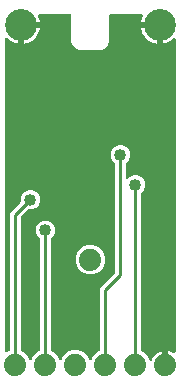
<source format=gbr>
G04 EAGLE Gerber RS-274X export*
G75*
%MOMM*%
%FSLAX34Y34*%
%LPD*%
%INBottom Copper*%
%IPPOS*%
%AMOC8*
5,1,8,0,0,1.08239X$1,22.5*%
G01*
%ADD10C,2.700000*%
%ADD11C,1.879600*%
%ADD12C,0.254000*%
%ADD13C,1.016000*%

G36*
X141088Y12716D02*
X141088Y12716D01*
X141207Y12723D01*
X141245Y12736D01*
X141285Y12741D01*
X141396Y12785D01*
X141509Y12821D01*
X141544Y12843D01*
X141581Y12858D01*
X141677Y12928D01*
X141778Y12991D01*
X141806Y13021D01*
X141839Y13045D01*
X141914Y13136D01*
X141996Y13223D01*
X142016Y13258D01*
X142041Y13290D01*
X142092Y13397D01*
X142150Y13502D01*
X142160Y13541D01*
X142177Y13577D01*
X142199Y13694D01*
X142229Y13809D01*
X142233Y13870D01*
X142237Y13890D01*
X142235Y13910D01*
X142239Y13970D01*
X142239Y24385D01*
X142496Y24345D01*
X144283Y23764D01*
X145957Y22911D01*
X146320Y22647D01*
X146355Y22628D01*
X146385Y22603D01*
X146494Y22552D01*
X146599Y22494D01*
X146637Y22484D01*
X146673Y22467D01*
X146791Y22445D01*
X146907Y22415D01*
X146946Y22415D01*
X146986Y22408D01*
X147105Y22415D01*
X147225Y22415D01*
X147263Y22425D01*
X147303Y22427D01*
X147417Y22464D01*
X147533Y22494D01*
X147568Y22513D01*
X147605Y22525D01*
X147706Y22589D01*
X147811Y22647D01*
X147841Y22674D01*
X147874Y22695D01*
X147956Y22783D01*
X148043Y22865D01*
X148065Y22898D01*
X148092Y22927D01*
X148150Y23032D01*
X148214Y23133D01*
X148226Y23171D01*
X148246Y23206D01*
X148275Y23321D01*
X148313Y23435D01*
X148315Y23475D01*
X148325Y23514D01*
X148335Y23674D01*
X148335Y288386D01*
X148318Y288524D01*
X148305Y288662D01*
X148298Y288681D01*
X148295Y288702D01*
X148244Y288831D01*
X148197Y288962D01*
X148186Y288979D01*
X148178Y288997D01*
X148097Y289110D01*
X148019Y289225D01*
X148003Y289238D01*
X147992Y289255D01*
X147884Y289343D01*
X147780Y289435D01*
X147762Y289444D01*
X147747Y289457D01*
X147621Y289517D01*
X147497Y289580D01*
X147477Y289584D01*
X147459Y289593D01*
X147322Y289619D01*
X147187Y289650D01*
X147166Y289649D01*
X147147Y289653D01*
X147008Y289644D01*
X146869Y289640D01*
X146849Y289634D01*
X146829Y289633D01*
X146697Y289590D01*
X146563Y289551D01*
X146546Y289541D01*
X146527Y289535D01*
X146409Y289461D01*
X146289Y289390D01*
X146268Y289371D01*
X146258Y289365D01*
X146244Y289350D01*
X146169Y289283D01*
X145299Y288414D01*
X143631Y287134D01*
X141810Y286083D01*
X139867Y285278D01*
X137836Y284734D01*
X137239Y284655D01*
X137239Y299230D01*
X137224Y299348D01*
X137217Y299467D01*
X137204Y299505D01*
X137199Y299545D01*
X137156Y299656D01*
X137119Y299769D01*
X137097Y299803D01*
X137082Y299841D01*
X137012Y299937D01*
X136949Y300038D01*
X136919Y300066D01*
X136895Y300098D01*
X136804Y300174D01*
X136717Y300256D01*
X136682Y300275D01*
X136651Y300301D01*
X136543Y300352D01*
X136439Y300409D01*
X136399Y300420D01*
X136363Y300437D01*
X136246Y300459D01*
X136131Y300489D01*
X136070Y300493D01*
X136050Y300497D01*
X136030Y300495D01*
X135970Y300499D01*
X134699Y300499D01*
X134699Y301770D01*
X134684Y301888D01*
X134677Y302007D01*
X134664Y302045D01*
X134659Y302085D01*
X134615Y302196D01*
X134579Y302309D01*
X134557Y302344D01*
X134542Y302381D01*
X134472Y302477D01*
X134409Y302578D01*
X134379Y302606D01*
X134355Y302639D01*
X134264Y302714D01*
X134177Y302796D01*
X134142Y302816D01*
X134110Y302841D01*
X134003Y302892D01*
X133898Y302950D01*
X133859Y302960D01*
X133823Y302977D01*
X133706Y302999D01*
X133591Y303029D01*
X133530Y303033D01*
X133510Y303037D01*
X133490Y303035D01*
X133430Y303039D01*
X118855Y303039D01*
X118934Y303636D01*
X119478Y305667D01*
X120312Y307680D01*
X120325Y307728D01*
X120346Y307773D01*
X120367Y307881D01*
X120396Y307987D01*
X120397Y308037D01*
X120406Y308086D01*
X120399Y308195D01*
X120401Y308305D01*
X120389Y308353D01*
X120386Y308403D01*
X120352Y308507D01*
X120327Y308614D01*
X120303Y308658D01*
X120288Y308705D01*
X120229Y308798D01*
X120178Y308895D01*
X120145Y308932D01*
X120118Y308974D01*
X120038Y309049D01*
X119964Y309131D01*
X119922Y309158D01*
X119886Y309192D01*
X119790Y309245D01*
X119698Y309305D01*
X119651Y309322D01*
X119608Y309346D01*
X119502Y309373D01*
X119397Y309409D01*
X119348Y309413D01*
X119300Y309425D01*
X119139Y309435D01*
X93534Y309435D01*
X93416Y309420D01*
X93297Y309413D01*
X93259Y309400D01*
X93218Y309395D01*
X93108Y309352D01*
X92995Y309315D01*
X92960Y309293D01*
X92923Y309278D01*
X92827Y309209D01*
X92726Y309145D01*
X92698Y309115D01*
X92665Y309092D01*
X92589Y309000D01*
X92508Y308913D01*
X92488Y308878D01*
X92463Y308847D01*
X92412Y308739D01*
X92354Y308635D01*
X92344Y308595D01*
X92327Y308559D01*
X92305Y308442D01*
X92275Y308327D01*
X92271Y308267D01*
X92267Y308247D01*
X92269Y308226D01*
X92265Y308166D01*
X92265Y286071D01*
X89836Y281864D01*
X85629Y279435D01*
X66771Y279435D01*
X62564Y281864D01*
X60135Y286071D01*
X60135Y308166D01*
X60120Y308284D01*
X60113Y308403D01*
X60100Y308441D01*
X60095Y308482D01*
X60052Y308592D01*
X60015Y308705D01*
X59993Y308740D01*
X59978Y308777D01*
X59909Y308873D01*
X59845Y308974D01*
X59815Y309002D01*
X59792Y309035D01*
X59700Y309111D01*
X59613Y309192D01*
X59578Y309212D01*
X59547Y309237D01*
X59439Y309288D01*
X59335Y309346D01*
X59295Y309356D01*
X59259Y309373D01*
X59142Y309395D01*
X59027Y309425D01*
X58967Y309429D01*
X58947Y309433D01*
X58926Y309431D01*
X58866Y309435D01*
X33261Y309435D01*
X33211Y309429D01*
X33162Y309431D01*
X33054Y309409D01*
X32945Y309395D01*
X32899Y309377D01*
X32850Y309367D01*
X32752Y309319D01*
X32650Y309278D01*
X32609Y309249D01*
X32565Y309227D01*
X32481Y309156D01*
X32392Y309092D01*
X32361Y309053D01*
X32323Y309021D01*
X32259Y308931D01*
X32189Y308847D01*
X32168Y308802D01*
X32140Y308761D01*
X32101Y308658D01*
X32054Y308559D01*
X32045Y308510D01*
X32027Y308464D01*
X32015Y308354D01*
X31994Y308247D01*
X31997Y308197D01*
X31992Y308148D01*
X32007Y308039D01*
X32014Y307929D01*
X32029Y307882D01*
X32036Y307833D01*
X32088Y307680D01*
X32922Y305667D01*
X33466Y303636D01*
X33545Y303039D01*
X18970Y303039D01*
X18852Y303024D01*
X18733Y303017D01*
X18695Y303004D01*
X18655Y302999D01*
X18544Y302956D01*
X18431Y302919D01*
X18397Y302897D01*
X18359Y302882D01*
X18263Y302812D01*
X18162Y302749D01*
X18134Y302719D01*
X18102Y302695D01*
X18026Y302604D01*
X17944Y302517D01*
X17925Y302482D01*
X17899Y302451D01*
X17848Y302343D01*
X17791Y302239D01*
X17780Y302199D01*
X17763Y302163D01*
X17741Y302046D01*
X17711Y301931D01*
X17707Y301870D01*
X17703Y301850D01*
X17705Y301830D01*
X17701Y301770D01*
X17701Y300499D01*
X16430Y300499D01*
X16312Y300484D01*
X16193Y300477D01*
X16155Y300464D01*
X16114Y300459D01*
X16004Y300415D01*
X15891Y300379D01*
X15856Y300357D01*
X15819Y300342D01*
X15723Y300272D01*
X15622Y300209D01*
X15594Y300179D01*
X15561Y300155D01*
X15486Y300064D01*
X15404Y299977D01*
X15384Y299942D01*
X15359Y299910D01*
X15308Y299803D01*
X15250Y299698D01*
X15240Y299659D01*
X15223Y299623D01*
X15201Y299506D01*
X15171Y299391D01*
X15167Y299330D01*
X15163Y299310D01*
X15165Y299290D01*
X15161Y299230D01*
X15161Y284655D01*
X14564Y284734D01*
X12533Y285278D01*
X10590Y286083D01*
X8769Y287134D01*
X7101Y288414D01*
X6231Y289283D01*
X6122Y289368D01*
X6015Y289457D01*
X5996Y289466D01*
X5980Y289478D01*
X5852Y289534D01*
X5727Y289593D01*
X5707Y289597D01*
X5688Y289605D01*
X5550Y289627D01*
X5414Y289653D01*
X5394Y289651D01*
X5374Y289655D01*
X5235Y289642D01*
X5097Y289633D01*
X5078Y289627D01*
X5058Y289625D01*
X4926Y289578D01*
X4795Y289535D01*
X4777Y289524D01*
X4758Y289517D01*
X4643Y289439D01*
X4526Y289365D01*
X4512Y289350D01*
X4495Y289339D01*
X4403Y289235D01*
X4308Y289133D01*
X4298Y289115D01*
X4285Y289100D01*
X4222Y288977D01*
X4154Y288855D01*
X4149Y288835D01*
X4140Y288817D01*
X4110Y288681D01*
X4075Y288547D01*
X4073Y288519D01*
X4070Y288507D01*
X4071Y288486D01*
X4065Y288386D01*
X4065Y24495D01*
X4071Y24446D01*
X4069Y24396D01*
X4091Y24289D01*
X4105Y24179D01*
X4123Y24133D01*
X4133Y24085D01*
X4181Y23986D01*
X4222Y23884D01*
X4251Y23843D01*
X4273Y23799D01*
X4344Y23715D01*
X4408Y23626D01*
X4447Y23595D01*
X4479Y23557D01*
X4569Y23494D01*
X4653Y23424D01*
X4698Y23402D01*
X4739Y23374D01*
X4842Y23335D01*
X4941Y23288D01*
X4990Y23279D01*
X5036Y23261D01*
X5146Y23249D01*
X5253Y23228D01*
X5303Y23231D01*
X5352Y23226D01*
X5461Y23241D01*
X5571Y23248D01*
X5618Y23263D01*
X5667Y23270D01*
X5820Y23322D01*
X7598Y24059D01*
X7623Y24073D01*
X7651Y24083D01*
X7761Y24152D01*
X7874Y24216D01*
X7895Y24237D01*
X7920Y24253D01*
X8009Y24348D01*
X8102Y24438D01*
X8118Y24463D01*
X8138Y24484D01*
X8201Y24598D01*
X8269Y24709D01*
X8277Y24737D01*
X8292Y24763D01*
X8324Y24889D01*
X8362Y25013D01*
X8364Y25042D01*
X8371Y25071D01*
X8381Y25231D01*
X8381Y141489D01*
X16900Y150007D01*
X16960Y150085D01*
X17028Y150158D01*
X17057Y150211D01*
X17094Y150258D01*
X17134Y150349D01*
X17182Y150436D01*
X17197Y150495D01*
X17221Y150550D01*
X17236Y150648D01*
X17261Y150744D01*
X17267Y150844D01*
X17271Y150864D01*
X17269Y150877D01*
X17271Y150905D01*
X17271Y154017D01*
X18509Y157005D01*
X20795Y159291D01*
X23783Y160529D01*
X27017Y160529D01*
X30005Y159291D01*
X32291Y157005D01*
X33529Y154017D01*
X33529Y150783D01*
X32291Y147795D01*
X30005Y145509D01*
X27017Y144271D01*
X23905Y144271D01*
X23806Y144259D01*
X23707Y144256D01*
X23649Y144239D01*
X23589Y144231D01*
X23497Y144195D01*
X23402Y144167D01*
X23350Y144137D01*
X23293Y144114D01*
X23213Y144056D01*
X23128Y144006D01*
X23053Y143940D01*
X23036Y143928D01*
X23028Y143918D01*
X23007Y143900D01*
X17390Y138283D01*
X17330Y138205D01*
X17262Y138132D01*
X17233Y138079D01*
X17196Y138032D01*
X17156Y137941D01*
X17108Y137854D01*
X17093Y137795D01*
X17069Y137740D01*
X17054Y137642D01*
X17029Y137546D01*
X17023Y137446D01*
X17019Y137426D01*
X17021Y137413D01*
X17019Y137385D01*
X17019Y25231D01*
X17022Y25202D01*
X17020Y25173D01*
X17042Y25045D01*
X17059Y24916D01*
X17069Y24889D01*
X17074Y24859D01*
X17128Y24741D01*
X17176Y24620D01*
X17193Y24596D01*
X17205Y24569D01*
X17286Y24468D01*
X17362Y24363D01*
X17385Y24344D01*
X17404Y24321D01*
X17507Y24243D01*
X17607Y24160D01*
X17634Y24147D01*
X17658Y24130D01*
X17802Y24059D01*
X19750Y23252D01*
X23252Y19750D01*
X24227Y17395D01*
X24296Y17275D01*
X24361Y17152D01*
X24375Y17137D01*
X24385Y17119D01*
X24482Y17019D01*
X24575Y16916D01*
X24592Y16905D01*
X24606Y16891D01*
X24725Y16818D01*
X24841Y16742D01*
X24860Y16735D01*
X24877Y16724D01*
X25010Y16683D01*
X25142Y16638D01*
X25162Y16637D01*
X25181Y16631D01*
X25320Y16624D01*
X25459Y16613D01*
X25479Y16617D01*
X25499Y16616D01*
X25635Y16644D01*
X25772Y16668D01*
X25791Y16676D01*
X25810Y16680D01*
X25936Y16741D01*
X26062Y16798D01*
X26078Y16811D01*
X26096Y16820D01*
X26202Y16910D01*
X26310Y16997D01*
X26323Y17013D01*
X26338Y17026D01*
X26418Y17140D01*
X26502Y17251D01*
X26514Y17276D01*
X26521Y17286D01*
X26528Y17305D01*
X26573Y17395D01*
X27548Y19751D01*
X31050Y23252D01*
X32998Y24059D01*
X33023Y24073D01*
X33051Y24083D01*
X33161Y24152D01*
X33274Y24216D01*
X33295Y24237D01*
X33320Y24253D01*
X33409Y24347D01*
X33502Y24438D01*
X33518Y24463D01*
X33538Y24484D01*
X33601Y24598D01*
X33669Y24709D01*
X33677Y24737D01*
X33692Y24763D01*
X33724Y24889D01*
X33762Y25013D01*
X33764Y25042D01*
X33771Y25071D01*
X33781Y25231D01*
X33781Y118797D01*
X33769Y118895D01*
X33766Y118994D01*
X33749Y119053D01*
X33741Y119113D01*
X33705Y119205D01*
X33677Y119300D01*
X33647Y119352D01*
X33624Y119408D01*
X33566Y119488D01*
X33516Y119574D01*
X33450Y119649D01*
X33438Y119666D01*
X33428Y119674D01*
X33410Y119695D01*
X31209Y121895D01*
X29971Y124883D01*
X29971Y128117D01*
X31209Y131105D01*
X33495Y133391D01*
X36483Y134629D01*
X39717Y134629D01*
X42705Y133391D01*
X44991Y131105D01*
X46229Y128117D01*
X46229Y124883D01*
X44991Y121895D01*
X42790Y119695D01*
X42730Y119616D01*
X42662Y119544D01*
X42633Y119491D01*
X42596Y119443D01*
X42556Y119352D01*
X42508Y119266D01*
X42493Y119207D01*
X42469Y119152D01*
X42454Y119054D01*
X42429Y118958D01*
X42423Y118858D01*
X42419Y118837D01*
X42421Y118825D01*
X42419Y118797D01*
X42419Y25231D01*
X42422Y25202D01*
X42420Y25173D01*
X42442Y25045D01*
X42459Y24916D01*
X42469Y24889D01*
X42474Y24859D01*
X42528Y24741D01*
X42576Y24620D01*
X42593Y24596D01*
X42605Y24569D01*
X42686Y24468D01*
X42762Y24363D01*
X42785Y24344D01*
X42804Y24321D01*
X42907Y24243D01*
X43007Y24160D01*
X43034Y24147D01*
X43058Y24130D01*
X43202Y24059D01*
X45150Y23252D01*
X48652Y19750D01*
X49627Y17395D01*
X49696Y17275D01*
X49761Y17152D01*
X49775Y17137D01*
X49785Y17119D01*
X49882Y17019D01*
X49975Y16916D01*
X49992Y16905D01*
X50006Y16891D01*
X50125Y16818D01*
X50241Y16742D01*
X50260Y16735D01*
X50277Y16724D01*
X50410Y16683D01*
X50542Y16638D01*
X50562Y16637D01*
X50581Y16631D01*
X50720Y16624D01*
X50859Y16613D01*
X50879Y16617D01*
X50899Y16616D01*
X51035Y16644D01*
X51172Y16668D01*
X51191Y16676D01*
X51210Y16680D01*
X51336Y16741D01*
X51462Y16798D01*
X51478Y16811D01*
X51496Y16820D01*
X51602Y16910D01*
X51710Y16997D01*
X51723Y17013D01*
X51738Y17026D01*
X51818Y17140D01*
X51902Y17251D01*
X51914Y17276D01*
X51921Y17286D01*
X51928Y17305D01*
X51973Y17395D01*
X52948Y19751D01*
X56450Y23252D01*
X61024Y25147D01*
X65976Y25147D01*
X70550Y23252D01*
X74052Y19750D01*
X75027Y17395D01*
X75096Y17275D01*
X75161Y17152D01*
X75175Y17137D01*
X75185Y17119D01*
X75282Y17019D01*
X75375Y16916D01*
X75392Y16905D01*
X75406Y16891D01*
X75525Y16818D01*
X75641Y16742D01*
X75660Y16735D01*
X75677Y16724D01*
X75810Y16683D01*
X75942Y16638D01*
X75962Y16637D01*
X75981Y16631D01*
X76120Y16624D01*
X76259Y16613D01*
X76279Y16617D01*
X76299Y16616D01*
X76435Y16644D01*
X76572Y16668D01*
X76591Y16676D01*
X76610Y16680D01*
X76736Y16741D01*
X76862Y16798D01*
X76878Y16811D01*
X76896Y16820D01*
X77002Y16910D01*
X77110Y16997D01*
X77123Y17013D01*
X77138Y17026D01*
X77218Y17140D01*
X77302Y17251D01*
X77314Y17276D01*
X77321Y17286D01*
X77328Y17305D01*
X77373Y17395D01*
X78348Y19751D01*
X81850Y23252D01*
X83798Y24059D01*
X83823Y24073D01*
X83851Y24083D01*
X83961Y24152D01*
X84074Y24216D01*
X84095Y24237D01*
X84120Y24253D01*
X84209Y24347D01*
X84302Y24438D01*
X84318Y24463D01*
X84338Y24484D01*
X84401Y24598D01*
X84469Y24709D01*
X84477Y24737D01*
X84492Y24763D01*
X84524Y24889D01*
X84562Y25013D01*
X84564Y25042D01*
X84571Y25071D01*
X84581Y25231D01*
X84581Y77989D01*
X96910Y90317D01*
X96970Y90395D01*
X97038Y90468D01*
X97067Y90521D01*
X97104Y90568D01*
X97144Y90659D01*
X97192Y90746D01*
X97207Y90805D01*
X97231Y90860D01*
X97246Y90958D01*
X97271Y91054D01*
X97277Y91154D01*
X97281Y91174D01*
X97279Y91187D01*
X97281Y91215D01*
X97281Y182797D01*
X97269Y182895D01*
X97266Y182994D01*
X97249Y183053D01*
X97241Y183113D01*
X97205Y183205D01*
X97177Y183300D01*
X97147Y183352D01*
X97124Y183408D01*
X97066Y183488D01*
X97016Y183574D01*
X96950Y183649D01*
X96938Y183666D01*
X96928Y183674D01*
X96910Y183695D01*
X94709Y185895D01*
X93471Y188883D01*
X93471Y192117D01*
X94709Y195105D01*
X96995Y197391D01*
X99983Y198629D01*
X103217Y198629D01*
X106205Y197391D01*
X108491Y195105D01*
X109729Y192117D01*
X109729Y188883D01*
X108491Y185895D01*
X106290Y183695D01*
X106230Y183616D01*
X106162Y183544D01*
X106133Y183491D01*
X106096Y183443D01*
X106056Y183352D01*
X106008Y183266D01*
X105993Y183207D01*
X105969Y183152D01*
X105954Y183054D01*
X105929Y182958D01*
X105924Y182873D01*
X105921Y182861D01*
X105922Y182853D01*
X105919Y182837D01*
X105921Y182825D01*
X105919Y182797D01*
X105919Y171279D01*
X105936Y171141D01*
X105949Y171002D01*
X105956Y170983D01*
X105959Y170963D01*
X106010Y170834D01*
X106057Y170703D01*
X106068Y170686D01*
X106076Y170668D01*
X106157Y170555D01*
X106235Y170440D01*
X106251Y170427D01*
X106262Y170410D01*
X106370Y170321D01*
X106474Y170229D01*
X106492Y170220D01*
X106507Y170207D01*
X106633Y170148D01*
X106757Y170085D01*
X106777Y170080D01*
X106795Y170072D01*
X106932Y170046D01*
X107067Y170015D01*
X107088Y170016D01*
X107107Y170012D01*
X107246Y170021D01*
X107385Y170025D01*
X107405Y170031D01*
X107425Y170032D01*
X107557Y170075D01*
X107691Y170113D01*
X107708Y170124D01*
X107727Y170130D01*
X107845Y170204D01*
X107965Y170275D01*
X107986Y170293D01*
X107996Y170300D01*
X108010Y170315D01*
X108085Y170381D01*
X109695Y171991D01*
X112683Y173229D01*
X115917Y173229D01*
X118905Y171991D01*
X121191Y169705D01*
X122429Y166717D01*
X122429Y163483D01*
X121191Y160495D01*
X118990Y158295D01*
X118930Y158216D01*
X118862Y158144D01*
X118839Y158104D01*
X118817Y158076D01*
X118810Y158062D01*
X118796Y158043D01*
X118756Y157952D01*
X118708Y157866D01*
X118697Y157823D01*
X118681Y157788D01*
X118678Y157772D01*
X118669Y157752D01*
X118654Y157654D01*
X118629Y157558D01*
X118625Y157495D01*
X118621Y157476D01*
X118622Y157457D01*
X118619Y157437D01*
X118621Y157425D01*
X118619Y157397D01*
X118619Y25231D01*
X118622Y25202D01*
X118620Y25173D01*
X118642Y25045D01*
X118659Y24916D01*
X118669Y24889D01*
X118674Y24859D01*
X118728Y24741D01*
X118776Y24620D01*
X118793Y24596D01*
X118805Y24569D01*
X118886Y24468D01*
X118962Y24363D01*
X118985Y24344D01*
X119004Y24321D01*
X119107Y24243D01*
X119207Y24160D01*
X119234Y24147D01*
X119258Y24130D01*
X119402Y24059D01*
X121350Y23252D01*
X124852Y19750D01*
X126105Y16725D01*
X126120Y16699D01*
X126129Y16670D01*
X126198Y16561D01*
X126263Y16448D01*
X126284Y16427D01*
X126300Y16402D01*
X126394Y16313D01*
X126484Y16220D01*
X126510Y16204D01*
X126531Y16184D01*
X126645Y16121D01*
X126755Y16054D01*
X126784Y16045D01*
X126810Y16031D01*
X126936Y15998D01*
X127059Y15960D01*
X127089Y15959D01*
X127118Y15951D01*
X127248Y15951D01*
X127377Y15945D01*
X127406Y15951D01*
X127436Y15951D01*
X127562Y15983D01*
X127688Y16009D01*
X127715Y16022D01*
X127744Y16030D01*
X127858Y16092D01*
X127974Y16149D01*
X127997Y16168D01*
X128023Y16183D01*
X128118Y16271D01*
X128216Y16355D01*
X128233Y16380D01*
X128255Y16400D01*
X128324Y16509D01*
X128399Y16615D01*
X128410Y16643D01*
X128426Y16669D01*
X128485Y16818D01*
X128636Y17283D01*
X129489Y18957D01*
X130594Y20478D01*
X131922Y21806D01*
X133443Y22911D01*
X135117Y23764D01*
X136904Y24345D01*
X137161Y24385D01*
X137161Y13970D01*
X137176Y13852D01*
X137183Y13733D01*
X137196Y13695D01*
X137201Y13655D01*
X137244Y13544D01*
X137281Y13431D01*
X137303Y13397D01*
X137318Y13359D01*
X137388Y13263D01*
X137451Y13162D01*
X137481Y13134D01*
X137504Y13102D01*
X137596Y13026D01*
X137683Y12944D01*
X137718Y12925D01*
X137749Y12899D01*
X137857Y12848D01*
X137961Y12791D01*
X138001Y12780D01*
X138037Y12763D01*
X138154Y12741D01*
X138269Y12711D01*
X138330Y12707D01*
X138350Y12703D01*
X138370Y12705D01*
X138430Y12701D01*
X140970Y12701D01*
X141088Y12716D01*
G37*
%LPC*%
G36*
X73724Y89153D02*
X73724Y89153D01*
X69150Y91048D01*
X65648Y94550D01*
X63753Y99124D01*
X63753Y104076D01*
X65648Y108650D01*
X69150Y112152D01*
X73724Y114047D01*
X78676Y114047D01*
X83250Y112152D01*
X86752Y108650D01*
X88647Y104076D01*
X88647Y99124D01*
X86752Y94550D01*
X83250Y91048D01*
X78676Y89153D01*
X73724Y89153D01*
G37*
%LPD*%
%LPC*%
G36*
X20239Y297961D02*
X20239Y297961D01*
X33545Y297961D01*
X33466Y297364D01*
X32922Y295333D01*
X32117Y293390D01*
X31066Y291569D01*
X29786Y289901D01*
X28299Y288414D01*
X26631Y287134D01*
X24810Y286083D01*
X22867Y285278D01*
X20836Y284734D01*
X20239Y284655D01*
X20239Y297961D01*
G37*
%LPD*%
%LPC*%
G36*
X131564Y284734D02*
X131564Y284734D01*
X129533Y285278D01*
X127590Y286083D01*
X125769Y287134D01*
X124101Y288414D01*
X122614Y289901D01*
X121334Y291569D01*
X120283Y293390D01*
X119478Y295333D01*
X118934Y297364D01*
X118855Y297961D01*
X132161Y297961D01*
X132161Y284655D01*
X131564Y284734D01*
G37*
%LPD*%
D10*
X17700Y300500D03*
X134700Y300500D03*
D11*
X76200Y101600D03*
X139700Y12700D03*
X114300Y12700D03*
X88900Y12700D03*
X63500Y12700D03*
X38100Y12700D03*
X12700Y12700D03*
D12*
X101600Y88900D02*
X101600Y190500D01*
X101600Y88900D02*
X88900Y76200D01*
X88900Y12700D01*
D13*
X101600Y190500D03*
D12*
X25400Y152400D02*
X12700Y139700D01*
X12700Y12700D01*
D13*
X25400Y152400D03*
D12*
X38100Y126500D02*
X38100Y12700D01*
D13*
X38100Y126500D03*
D12*
X114300Y165100D02*
X114300Y12700D01*
D13*
X114300Y165100D03*
M02*

</source>
